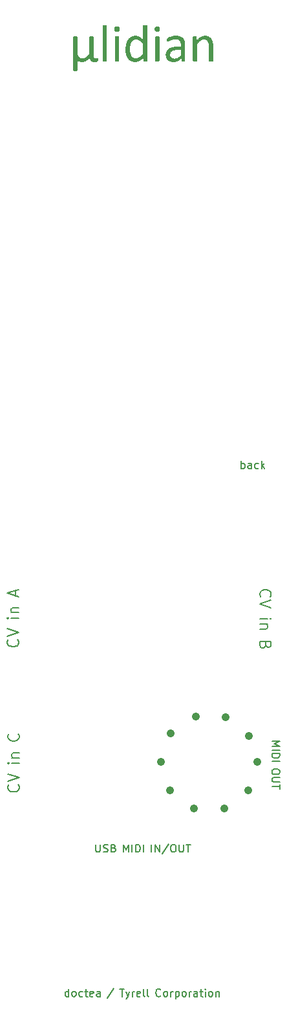
<source format=gto>
G04 #@! TF.GenerationSoftware,KiCad,Pcbnew,(7.0.0)*
G04 #@! TF.CreationDate,2023-03-19T23:08:36+00:00*
G04 #@! TF.ProjectId,panel_microlidian,70616e65-6c5f-46d6-9963-726f6c696469,rev?*
G04 #@! TF.SameCoordinates,Original*
G04 #@! TF.FileFunction,Legend,Top*
G04 #@! TF.FilePolarity,Positive*
%FSLAX46Y46*%
G04 Gerber Fmt 4.6, Leading zero omitted, Abs format (unit mm)*
G04 Created by KiCad (PCBNEW (7.0.0)) date 2023-03-19 23:08:36*
%MOMM*%
%LPD*%
G01*
G04 APERTURE LIST*
%ADD10C,1.000000*%
%ADD11C,0.150000*%
G04 APERTURE END LIST*
D10*
X162155889Y-132618600D02*
X162155889Y-132618600D01*
X161003074Y-136378928D02*
X161003074Y-136378928D01*
X157843741Y-138721505D02*
X157843741Y-138721505D01*
X153910683Y-138732238D02*
X153910683Y-138732238D01*
X150738611Y-136406939D02*
X150738611Y-136406939D01*
X149565291Y-132652958D02*
X149565291Y-132652958D01*
X150848561Y-128935127D02*
X150848561Y-128935127D01*
X154087679Y-126704170D02*
X154087679Y-126704170D01*
X158018717Y-126830625D02*
X158018717Y-126830625D01*
X161107755Y-129265148D02*
X161107755Y-129265148D01*
D11*
X130797914Y-116667114D02*
X130869342Y-116738542D01*
X130869342Y-116738542D02*
X130940771Y-116952828D01*
X130940771Y-116952828D02*
X130940771Y-117095685D01*
X130940771Y-117095685D02*
X130869342Y-117309971D01*
X130869342Y-117309971D02*
X130726485Y-117452828D01*
X130726485Y-117452828D02*
X130583628Y-117524257D01*
X130583628Y-117524257D02*
X130297914Y-117595685D01*
X130297914Y-117595685D02*
X130083628Y-117595685D01*
X130083628Y-117595685D02*
X129797914Y-117524257D01*
X129797914Y-117524257D02*
X129655057Y-117452828D01*
X129655057Y-117452828D02*
X129512200Y-117309971D01*
X129512200Y-117309971D02*
X129440771Y-117095685D01*
X129440771Y-117095685D02*
X129440771Y-116952828D01*
X129440771Y-116952828D02*
X129512200Y-116738542D01*
X129512200Y-116738542D02*
X129583628Y-116667114D01*
X129440771Y-116238542D02*
X130940771Y-115738542D01*
X130940771Y-115738542D02*
X129440771Y-115238542D01*
X130940771Y-113838543D02*
X129940771Y-113838543D01*
X129440771Y-113838543D02*
X129512200Y-113909971D01*
X129512200Y-113909971D02*
X129583628Y-113838543D01*
X129583628Y-113838543D02*
X129512200Y-113767114D01*
X129512200Y-113767114D02*
X129440771Y-113838543D01*
X129440771Y-113838543D02*
X129583628Y-113838543D01*
X129940771Y-113124257D02*
X130940771Y-113124257D01*
X130083628Y-113124257D02*
X130012200Y-113052828D01*
X130012200Y-113052828D02*
X129940771Y-112909971D01*
X129940771Y-112909971D02*
X129940771Y-112695685D01*
X129940771Y-112695685D02*
X130012200Y-112552828D01*
X130012200Y-112552828D02*
X130155057Y-112481400D01*
X130155057Y-112481400D02*
X130940771Y-112481400D01*
X130512200Y-110938542D02*
X130512200Y-110224257D01*
X130940771Y-111081399D02*
X129440771Y-110581399D01*
X129440771Y-110581399D02*
X130940771Y-110081399D01*
X160080295Y-94270380D02*
X160080295Y-93270380D01*
X160080295Y-93651333D02*
X160175533Y-93603714D01*
X160175533Y-93603714D02*
X160366009Y-93603714D01*
X160366009Y-93603714D02*
X160461247Y-93651333D01*
X160461247Y-93651333D02*
X160508866Y-93698952D01*
X160508866Y-93698952D02*
X160556485Y-93794190D01*
X160556485Y-93794190D02*
X160556485Y-94079904D01*
X160556485Y-94079904D02*
X160508866Y-94175142D01*
X160508866Y-94175142D02*
X160461247Y-94222761D01*
X160461247Y-94222761D02*
X160366009Y-94270380D01*
X160366009Y-94270380D02*
X160175533Y-94270380D01*
X160175533Y-94270380D02*
X160080295Y-94222761D01*
X161413628Y-94270380D02*
X161413628Y-93746571D01*
X161413628Y-93746571D02*
X161366009Y-93651333D01*
X161366009Y-93651333D02*
X161270771Y-93603714D01*
X161270771Y-93603714D02*
X161080295Y-93603714D01*
X161080295Y-93603714D02*
X160985057Y-93651333D01*
X161413628Y-94222761D02*
X161318390Y-94270380D01*
X161318390Y-94270380D02*
X161080295Y-94270380D01*
X161080295Y-94270380D02*
X160985057Y-94222761D01*
X160985057Y-94222761D02*
X160937438Y-94127523D01*
X160937438Y-94127523D02*
X160937438Y-94032285D01*
X160937438Y-94032285D02*
X160985057Y-93937047D01*
X160985057Y-93937047D02*
X161080295Y-93889428D01*
X161080295Y-93889428D02*
X161318390Y-93889428D01*
X161318390Y-93889428D02*
X161413628Y-93841809D01*
X162318390Y-94222761D02*
X162223152Y-94270380D01*
X162223152Y-94270380D02*
X162032676Y-94270380D01*
X162032676Y-94270380D02*
X161937438Y-94222761D01*
X161937438Y-94222761D02*
X161889819Y-94175142D01*
X161889819Y-94175142D02*
X161842200Y-94079904D01*
X161842200Y-94079904D02*
X161842200Y-93794190D01*
X161842200Y-93794190D02*
X161889819Y-93698952D01*
X161889819Y-93698952D02*
X161937438Y-93651333D01*
X161937438Y-93651333D02*
X162032676Y-93603714D01*
X162032676Y-93603714D02*
X162223152Y-93603714D01*
X162223152Y-93603714D02*
X162318390Y-93651333D01*
X162746962Y-94270380D02*
X162746962Y-93270380D01*
X162842200Y-93889428D02*
X163127914Y-94270380D01*
X163127914Y-93603714D02*
X162746962Y-93984666D01*
X141020485Y-143442180D02*
X141020485Y-144251704D01*
X141020485Y-144251704D02*
X141068104Y-144346942D01*
X141068104Y-144346942D02*
X141115723Y-144394561D01*
X141115723Y-144394561D02*
X141210961Y-144442180D01*
X141210961Y-144442180D02*
X141401437Y-144442180D01*
X141401437Y-144442180D02*
X141496675Y-144394561D01*
X141496675Y-144394561D02*
X141544294Y-144346942D01*
X141544294Y-144346942D02*
X141591913Y-144251704D01*
X141591913Y-144251704D02*
X141591913Y-143442180D01*
X142020485Y-144394561D02*
X142163342Y-144442180D01*
X142163342Y-144442180D02*
X142401437Y-144442180D01*
X142401437Y-144442180D02*
X142496675Y-144394561D01*
X142496675Y-144394561D02*
X142544294Y-144346942D01*
X142544294Y-144346942D02*
X142591913Y-144251704D01*
X142591913Y-144251704D02*
X142591913Y-144156466D01*
X142591913Y-144156466D02*
X142544294Y-144061228D01*
X142544294Y-144061228D02*
X142496675Y-144013609D01*
X142496675Y-144013609D02*
X142401437Y-143965990D01*
X142401437Y-143965990D02*
X142210961Y-143918371D01*
X142210961Y-143918371D02*
X142115723Y-143870752D01*
X142115723Y-143870752D02*
X142068104Y-143823133D01*
X142068104Y-143823133D02*
X142020485Y-143727895D01*
X142020485Y-143727895D02*
X142020485Y-143632657D01*
X142020485Y-143632657D02*
X142068104Y-143537419D01*
X142068104Y-143537419D02*
X142115723Y-143489800D01*
X142115723Y-143489800D02*
X142210961Y-143442180D01*
X142210961Y-143442180D02*
X142449056Y-143442180D01*
X142449056Y-143442180D02*
X142591913Y-143489800D01*
X143353818Y-143918371D02*
X143496675Y-143965990D01*
X143496675Y-143965990D02*
X143544294Y-144013609D01*
X143544294Y-144013609D02*
X143591913Y-144108847D01*
X143591913Y-144108847D02*
X143591913Y-144251704D01*
X143591913Y-144251704D02*
X143544294Y-144346942D01*
X143544294Y-144346942D02*
X143496675Y-144394561D01*
X143496675Y-144394561D02*
X143401437Y-144442180D01*
X143401437Y-144442180D02*
X143020485Y-144442180D01*
X143020485Y-144442180D02*
X143020485Y-143442180D01*
X143020485Y-143442180D02*
X143353818Y-143442180D01*
X143353818Y-143442180D02*
X143449056Y-143489800D01*
X143449056Y-143489800D02*
X143496675Y-143537419D01*
X143496675Y-143537419D02*
X143544294Y-143632657D01*
X143544294Y-143632657D02*
X143544294Y-143727895D01*
X143544294Y-143727895D02*
X143496675Y-143823133D01*
X143496675Y-143823133D02*
X143449056Y-143870752D01*
X143449056Y-143870752D02*
X143353818Y-143918371D01*
X143353818Y-143918371D02*
X143020485Y-143918371D01*
X144620485Y-144442180D02*
X144620485Y-143442180D01*
X144620485Y-143442180D02*
X144953818Y-144156466D01*
X144953818Y-144156466D02*
X145287151Y-143442180D01*
X145287151Y-143442180D02*
X145287151Y-144442180D01*
X145763342Y-144442180D02*
X145763342Y-143442180D01*
X146239532Y-144442180D02*
X146239532Y-143442180D01*
X146239532Y-143442180D02*
X146477627Y-143442180D01*
X146477627Y-143442180D02*
X146620484Y-143489800D01*
X146620484Y-143489800D02*
X146715722Y-143585038D01*
X146715722Y-143585038D02*
X146763341Y-143680276D01*
X146763341Y-143680276D02*
X146810960Y-143870752D01*
X146810960Y-143870752D02*
X146810960Y-144013609D01*
X146810960Y-144013609D02*
X146763341Y-144204085D01*
X146763341Y-144204085D02*
X146715722Y-144299323D01*
X146715722Y-144299323D02*
X146620484Y-144394561D01*
X146620484Y-144394561D02*
X146477627Y-144442180D01*
X146477627Y-144442180D02*
X146239532Y-144442180D01*
X147239532Y-144442180D02*
X147239532Y-143442180D01*
X148315722Y-144442180D02*
X148315722Y-143442180D01*
X148791912Y-144442180D02*
X148791912Y-143442180D01*
X148791912Y-143442180D02*
X149363340Y-144442180D01*
X149363340Y-144442180D02*
X149363340Y-143442180D01*
X150553816Y-143394561D02*
X149696674Y-144680276D01*
X151077626Y-143442180D02*
X151268102Y-143442180D01*
X151268102Y-143442180D02*
X151363340Y-143489800D01*
X151363340Y-143489800D02*
X151458578Y-143585038D01*
X151458578Y-143585038D02*
X151506197Y-143775514D01*
X151506197Y-143775514D02*
X151506197Y-144108847D01*
X151506197Y-144108847D02*
X151458578Y-144299323D01*
X151458578Y-144299323D02*
X151363340Y-144394561D01*
X151363340Y-144394561D02*
X151268102Y-144442180D01*
X151268102Y-144442180D02*
X151077626Y-144442180D01*
X151077626Y-144442180D02*
X150982388Y-144394561D01*
X150982388Y-144394561D02*
X150887150Y-144299323D01*
X150887150Y-144299323D02*
X150839531Y-144108847D01*
X150839531Y-144108847D02*
X150839531Y-143775514D01*
X150839531Y-143775514D02*
X150887150Y-143585038D01*
X150887150Y-143585038D02*
X150982388Y-143489800D01*
X150982388Y-143489800D02*
X151077626Y-143442180D01*
X151934769Y-143442180D02*
X151934769Y-144251704D01*
X151934769Y-144251704D02*
X151982388Y-144346942D01*
X151982388Y-144346942D02*
X152030007Y-144394561D01*
X152030007Y-144394561D02*
X152125245Y-144442180D01*
X152125245Y-144442180D02*
X152315721Y-144442180D01*
X152315721Y-144442180D02*
X152410959Y-144394561D01*
X152410959Y-144394561D02*
X152458578Y-144346942D01*
X152458578Y-144346942D02*
X152506197Y-144251704D01*
X152506197Y-144251704D02*
X152506197Y-143442180D01*
X152839531Y-143442180D02*
X153410959Y-143442180D01*
X153125245Y-144442180D02*
X153125245Y-143442180D01*
G36*
X141323870Y-40776093D02*
G01*
X141323106Y-40826621D01*
X141320423Y-40875801D01*
X141314520Y-40924890D01*
X141311658Y-40939736D01*
X141296392Y-40986142D01*
X141275021Y-41015451D01*
X141232660Y-41043844D01*
X141215182Y-41052087D01*
X141166238Y-41068787D01*
X141124812Y-41077733D01*
X141076259Y-41086415D01*
X141026771Y-41093227D01*
X141012460Y-41094830D01*
X140960969Y-41099839D01*
X140908969Y-41101978D01*
X140887896Y-41102157D01*
X140834877Y-41101073D01*
X140783897Y-41097821D01*
X140734957Y-41092401D01*
X140672875Y-41081801D01*
X140614419Y-41067347D01*
X140559589Y-41049038D01*
X140508384Y-41026875D01*
X140460804Y-41000857D01*
X140427498Y-40978815D01*
X140386282Y-40945002D01*
X140348730Y-40905847D01*
X140314841Y-40861349D01*
X140284616Y-40811508D01*
X140258055Y-40756325D01*
X140235157Y-40695798D01*
X140220388Y-40646897D01*
X140207680Y-40594991D01*
X140200353Y-40558717D01*
X140153434Y-40611775D01*
X140106558Y-40661957D01*
X140059725Y-40709263D01*
X140012934Y-40753691D01*
X139966187Y-40795244D01*
X139919483Y-40833919D01*
X139872822Y-40869719D01*
X139826203Y-40902641D01*
X139779628Y-40932687D01*
X139733095Y-40959857D01*
X139702097Y-40976372D01*
X139655897Y-40998851D01*
X139609805Y-41019119D01*
X139563820Y-41037176D01*
X139502673Y-41057813D01*
X139441717Y-41074519D01*
X139380952Y-41087294D01*
X139320378Y-41096138D01*
X139259995Y-41101052D01*
X139214833Y-41102157D01*
X139165679Y-41101299D01*
X139105954Y-41097810D01*
X139048137Y-41091639D01*
X138992228Y-41082784D01*
X138938228Y-41071245D01*
X138886135Y-41057024D01*
X138855796Y-41047203D01*
X138807114Y-41028091D01*
X138761056Y-41005104D01*
X138717622Y-40978241D01*
X138676812Y-40947502D01*
X138638625Y-40912887D01*
X138603062Y-40874396D01*
X138589571Y-40857914D01*
X138594320Y-40911412D01*
X138598136Y-40962550D01*
X138601475Y-41016074D01*
X138601783Y-41021557D01*
X138604724Y-41071016D01*
X138608051Y-41120475D01*
X138611765Y-41169935D01*
X138613995Y-41197412D01*
X138617634Y-41247365D01*
X138620307Y-41296931D01*
X138622013Y-41346111D01*
X138622544Y-41373267D01*
X138623188Y-41426910D01*
X138623593Y-41477929D01*
X138623764Y-41531019D01*
X138623765Y-41535688D01*
X138623765Y-42167056D01*
X138610332Y-42213462D01*
X138570939Y-42245073D01*
X138565147Y-42247656D01*
X138517443Y-42261586D01*
X138479662Y-42267196D01*
X138429972Y-42271940D01*
X138380056Y-42274065D01*
X138339222Y-42274523D01*
X138290063Y-42273807D01*
X138238315Y-42271060D01*
X138201225Y-42267196D01*
X138151766Y-42258952D01*
X138113297Y-42246435D01*
X138072692Y-42217317D01*
X138069334Y-42212241D01*
X138057122Y-42164614D01*
X138057122Y-37847621D01*
X138069334Y-37802436D01*
X138107516Y-37770030D01*
X138113297Y-37767021D01*
X138160202Y-37752043D01*
X138201225Y-37746260D01*
X138250511Y-37743098D01*
X138299456Y-37741681D01*
X138339222Y-37741376D01*
X138389669Y-37741853D01*
X138442334Y-37743684D01*
X138479662Y-37746260D01*
X138528510Y-37753893D01*
X138565147Y-37767021D01*
X138605687Y-37796420D01*
X138610332Y-37802436D01*
X138623765Y-37848842D01*
X138623765Y-39802785D01*
X138625246Y-39872985D01*
X138629690Y-39940243D01*
X138637096Y-40004561D01*
X138647464Y-40065938D01*
X138660795Y-40124374D01*
X138677088Y-40179869D01*
X138696344Y-40232423D01*
X138718562Y-40282036D01*
X138743742Y-40328708D01*
X138771885Y-40372439D01*
X138792293Y-40399959D01*
X138825222Y-40438152D01*
X138860814Y-40472588D01*
X138899068Y-40503267D01*
X138939983Y-40530190D01*
X138983561Y-40553356D01*
X139029800Y-40572766D01*
X139078701Y-40588418D01*
X139130264Y-40600314D01*
X139184488Y-40608454D01*
X139241375Y-40612837D01*
X139280778Y-40613672D01*
X139333882Y-40611363D01*
X139386948Y-40604436D01*
X139439975Y-40592892D01*
X139492964Y-40576730D01*
X139545915Y-40555950D01*
X139598828Y-40530553D01*
X139651703Y-40500537D01*
X139704540Y-40465905D01*
X139744378Y-40436724D01*
X139784667Y-40405054D01*
X139825408Y-40370893D01*
X139866599Y-40334242D01*
X139908240Y-40295102D01*
X139950333Y-40253471D01*
X139992876Y-40209349D01*
X140035870Y-40162738D01*
X140079315Y-40113637D01*
X140123211Y-40062045D01*
X140152725Y-40026267D01*
X140152725Y-37848842D01*
X140166159Y-37802436D01*
X140204548Y-37771033D01*
X140210122Y-37768242D01*
X140258875Y-37752691D01*
X140296829Y-37747482D01*
X140346518Y-37743528D01*
X140396434Y-37741757D01*
X140437268Y-37741376D01*
X140486427Y-37741853D01*
X140538176Y-37743684D01*
X140575265Y-37746260D01*
X140624114Y-37753893D01*
X140660750Y-37767021D01*
X140701290Y-37796420D01*
X140705935Y-37802436D01*
X140719369Y-37848842D01*
X140719369Y-40103204D01*
X140719841Y-40154824D01*
X140721586Y-40211249D01*
X140724616Y-40263584D01*
X140729654Y-40318386D01*
X140732802Y-40343783D01*
X140742301Y-40395647D01*
X140755801Y-40446022D01*
X140774233Y-40492619D01*
X140777987Y-40500099D01*
X140806421Y-40542687D01*
X140845156Y-40577282D01*
X140861030Y-40586805D01*
X140909525Y-40604200D01*
X140958116Y-40611992D01*
X140997806Y-40613672D01*
X141049096Y-40612145D01*
X141093060Y-40607565D01*
X141142298Y-40598474D01*
X141163891Y-40594132D01*
X141210996Y-40580851D01*
X141215182Y-40579478D01*
X141261588Y-40572150D01*
X141287233Y-40580699D01*
X141307994Y-40610008D01*
X141318942Y-40658952D01*
X141320206Y-40671069D01*
X141323065Y-40720172D01*
X141323866Y-40771998D01*
X141323870Y-40776093D01*
G37*
G36*
X142468147Y-40917754D02*
G01*
X142454714Y-40965381D01*
X142415322Y-40994571D01*
X142409529Y-40997133D01*
X142361825Y-41011539D01*
X142324044Y-41017893D01*
X142274355Y-41021847D01*
X142224439Y-41023618D01*
X142183605Y-41024000D01*
X142134446Y-41023403D01*
X142082697Y-41021113D01*
X142045607Y-41017893D01*
X141996148Y-41009040D01*
X141957680Y-40997133D01*
X141917075Y-40969884D01*
X141913716Y-40965381D01*
X141901504Y-40917754D01*
X141901504Y-36365067D01*
X141913716Y-36317440D01*
X141951898Y-36285829D01*
X141957680Y-36283246D01*
X142007483Y-36269316D01*
X142045607Y-36263706D01*
X142094894Y-36258962D01*
X142143839Y-36256837D01*
X142183605Y-36256379D01*
X142234051Y-36257095D01*
X142286716Y-36259842D01*
X142324044Y-36263706D01*
X142372893Y-36271644D01*
X142409529Y-36283246D01*
X142450069Y-36311131D01*
X142454714Y-36317440D01*
X142468147Y-36365067D01*
X142468147Y-40917754D01*
G37*
G36*
X144070381Y-40917754D02*
G01*
X144056947Y-40964160D01*
X144017555Y-40994353D01*
X144011762Y-40997133D01*
X143964059Y-41011539D01*
X143926277Y-41017893D01*
X143876588Y-41021847D01*
X143826672Y-41023618D01*
X143785838Y-41024000D01*
X143736679Y-41023403D01*
X143684930Y-41021113D01*
X143647840Y-41017893D01*
X143598381Y-41009040D01*
X143559913Y-40997133D01*
X143519308Y-40968682D01*
X143515949Y-40964160D01*
X143503737Y-40917754D01*
X143503737Y-37847621D01*
X143515949Y-37803658D01*
X143554131Y-37772047D01*
X143559913Y-37769464D01*
X143606818Y-37755075D01*
X143647840Y-37748703D01*
X143697127Y-37743959D01*
X143746072Y-37741834D01*
X143785838Y-37741376D01*
X143836284Y-37742091D01*
X143888949Y-37744839D01*
X143926277Y-37748703D01*
X143975126Y-37756946D01*
X144011762Y-37769464D01*
X144052302Y-37797349D01*
X144056947Y-37803658D01*
X144070381Y-37847621D01*
X144070381Y-40917754D01*
G37*
G36*
X144136326Y-36770510D02*
G01*
X144134478Y-36829997D01*
X144128932Y-36883282D01*
X144117397Y-36939038D01*
X144100539Y-36985864D01*
X144074142Y-37029207D01*
X144060611Y-37044062D01*
X144014815Y-37075585D01*
X143961721Y-37095779D01*
X143906537Y-37107600D01*
X143853729Y-37113581D01*
X143794720Y-37116044D01*
X143782174Y-37116114D01*
X143723009Y-37114385D01*
X143669927Y-37109197D01*
X143614257Y-37098406D01*
X143567345Y-37082636D01*
X143523684Y-37057942D01*
X143508622Y-37045284D01*
X143476565Y-37002007D01*
X143456029Y-36951242D01*
X143444007Y-36898147D01*
X143437925Y-36847146D01*
X143435421Y-36790003D01*
X143435349Y-36777838D01*
X143437198Y-36718381D01*
X143442743Y-36665185D01*
X143454278Y-36609615D01*
X143471136Y-36563061D01*
X143497533Y-36520144D01*
X143511064Y-36505507D01*
X143556860Y-36473450D01*
X143609954Y-36452914D01*
X143665138Y-36440892D01*
X143717946Y-36434810D01*
X143776955Y-36432306D01*
X143789501Y-36432234D01*
X143848636Y-36433963D01*
X143901629Y-36439151D01*
X143957113Y-36449942D01*
X144003753Y-36465712D01*
X144046988Y-36490406D01*
X144061832Y-36503064D01*
X144094423Y-36546341D01*
X144115302Y-36597106D01*
X144127524Y-36650200D01*
X144133707Y-36701202D01*
X144136253Y-36758345D01*
X144136326Y-36770510D01*
G37*
G36*
X147517024Y-36257214D02*
G01*
X147569689Y-36260420D01*
X147607017Y-36264928D01*
X147655866Y-36274392D01*
X147692502Y-36285688D01*
X147733589Y-36313251D01*
X147738908Y-36319882D01*
X147754784Y-36366288D01*
X147754784Y-40917754D01*
X147743323Y-40965298D01*
X147742572Y-40966602D01*
X147702866Y-40997584D01*
X147701050Y-40998354D01*
X147652092Y-41012837D01*
X147624114Y-41017893D01*
X147574633Y-41022276D01*
X147523936Y-41023904D01*
X147506877Y-41024000D01*
X147456102Y-41023141D01*
X147405111Y-41019969D01*
X147385977Y-41017893D01*
X147337806Y-41008491D01*
X147307819Y-40999575D01*
X147265522Y-40972633D01*
X147262635Y-40969045D01*
X147249201Y-40922639D01*
X147249201Y-40535514D01*
X147203452Y-40584630D01*
X147157338Y-40631684D01*
X147110859Y-40676679D01*
X147064015Y-40719612D01*
X147016807Y-40760484D01*
X146969233Y-40799296D01*
X146921294Y-40836047D01*
X146872991Y-40870737D01*
X146824322Y-40903366D01*
X146775289Y-40933935D01*
X146742397Y-40953169D01*
X146692727Y-40979795D01*
X146642177Y-41003802D01*
X146590746Y-41025190D01*
X146538435Y-41043959D01*
X146485245Y-41060109D01*
X146431174Y-41073640D01*
X146376223Y-41084552D01*
X146320391Y-41092845D01*
X146263680Y-41098520D01*
X146206089Y-41101575D01*
X146167205Y-41102157D01*
X146104419Y-41100987D01*
X146043371Y-41097477D01*
X145984063Y-41091628D01*
X145926493Y-41083438D01*
X145870661Y-41072909D01*
X145816569Y-41060040D01*
X145764215Y-41044831D01*
X145713601Y-41027282D01*
X145664725Y-41007393D01*
X145617587Y-40985164D01*
X145587129Y-40969045D01*
X145542825Y-40943042D01*
X145500131Y-40915407D01*
X145459048Y-40886141D01*
X145419574Y-40855243D01*
X145381711Y-40822714D01*
X145345457Y-40788553D01*
X145310813Y-40752761D01*
X145277780Y-40715338D01*
X145246356Y-40676283D01*
X145216543Y-40635596D01*
X145197561Y-40607565D01*
X145170324Y-40564049D01*
X145144481Y-40519137D01*
X145120034Y-40472830D01*
X145096983Y-40425127D01*
X145075327Y-40376030D01*
X145055066Y-40325537D01*
X145036200Y-40273648D01*
X145018730Y-40220364D01*
X145002655Y-40165685D01*
X144987975Y-40109611D01*
X144978964Y-40071452D01*
X144966742Y-40013460D01*
X144955723Y-39954888D01*
X144945905Y-39895737D01*
X144937290Y-39836006D01*
X144929877Y-39775696D01*
X144923666Y-39714805D01*
X144918657Y-39653336D01*
X144914850Y-39591286D01*
X144912246Y-39528657D01*
X144910843Y-39465449D01*
X144910576Y-39422988D01*
X144910910Y-39372770D01*
X144911203Y-39358263D01*
X145497980Y-39358263D01*
X145498533Y-39417340D01*
X145500193Y-39476110D01*
X145502960Y-39534576D01*
X145506834Y-39592736D01*
X145511814Y-39650591D01*
X145517901Y-39708141D01*
X145525095Y-39765386D01*
X145533395Y-39822325D01*
X145543375Y-39878043D01*
X145554995Y-39932234D01*
X145568257Y-39984899D01*
X145583160Y-40036037D01*
X145599703Y-40085649D01*
X145617888Y-40133734D01*
X145637714Y-40180293D01*
X145659180Y-40225325D01*
X145688470Y-40278581D01*
X145720623Y-40328437D01*
X145755637Y-40374894D01*
X145793514Y-40417953D01*
X145834253Y-40457613D01*
X145877854Y-40493873D01*
X145896096Y-40507426D01*
X145944121Y-40538034D01*
X145995844Y-40563454D01*
X146051264Y-40583686D01*
X146110381Y-40598731D01*
X146160336Y-40607031D01*
X146212657Y-40612011D01*
X146267345Y-40613672D01*
X146316566Y-40612211D01*
X146371673Y-40606963D01*
X146425559Y-40597899D01*
X146478224Y-40585019D01*
X146484721Y-40583141D01*
X146537539Y-40564670D01*
X146584255Y-40544251D01*
X146631439Y-40519857D01*
X146679090Y-40491490D01*
X146699655Y-40478117D01*
X146741214Y-40449094D01*
X146783461Y-40416980D01*
X146826394Y-40381774D01*
X146870014Y-40343478D01*
X146906889Y-40309203D01*
X146929243Y-40287607D01*
X146967352Y-40249659D01*
X147006118Y-40209087D01*
X147045539Y-40165891D01*
X147085616Y-40120072D01*
X147118150Y-40081527D01*
X147151103Y-40041304D01*
X147184477Y-39999401D01*
X147184477Y-38747656D01*
X147141340Y-38694372D01*
X147098481Y-38643514D01*
X147055902Y-38595082D01*
X147013602Y-38549075D01*
X146971581Y-38505494D01*
X146929839Y-38464339D01*
X146888376Y-38425610D01*
X146847193Y-38389306D01*
X146806288Y-38355428D01*
X146765662Y-38323976D01*
X146738734Y-38304355D01*
X146685000Y-38268578D01*
X146630656Y-38237570D01*
X146575702Y-38211333D01*
X146520136Y-38189867D01*
X146463960Y-38173170D01*
X146407174Y-38161244D01*
X146349777Y-38154089D01*
X146291769Y-38151704D01*
X146238456Y-38153345D01*
X146187203Y-38158268D01*
X146138011Y-38166473D01*
X146079419Y-38181344D01*
X146024047Y-38201344D01*
X145971895Y-38226472D01*
X145922963Y-38256728D01*
X145877364Y-38290806D01*
X145834448Y-38328164D01*
X145794216Y-38368802D01*
X145756667Y-38412719D01*
X145721802Y-38459916D01*
X145689620Y-38510392D01*
X145677498Y-38531501D01*
X145654792Y-38574950D01*
X145633687Y-38619810D01*
X145614186Y-38666083D01*
X145596288Y-38713767D01*
X145579992Y-38762864D01*
X145565299Y-38813373D01*
X145552210Y-38865293D01*
X145540722Y-38918626D01*
X145530705Y-38972779D01*
X145522023Y-39027162D01*
X145514676Y-39081773D01*
X145508666Y-39136613D01*
X145503991Y-39191682D01*
X145500651Y-39246980D01*
X145498648Y-39302507D01*
X145497980Y-39358263D01*
X144911203Y-39358263D01*
X144911912Y-39323172D01*
X144913581Y-39274195D01*
X144917338Y-39201892D01*
X144922597Y-39130984D01*
X144929359Y-39061471D01*
X144937624Y-38993354D01*
X144947391Y-38926632D01*
X144958661Y-38861305D01*
X144971434Y-38797374D01*
X144985709Y-38734838D01*
X144996061Y-38693923D01*
X145013027Y-38633852D01*
X145031409Y-38575455D01*
X145051209Y-38518733D01*
X145072425Y-38463686D01*
X145095058Y-38410312D01*
X145119108Y-38358614D01*
X145144574Y-38308589D01*
X145171458Y-38260239D01*
X145199758Y-38213563D01*
X145229475Y-38168562D01*
X145250073Y-38139491D01*
X145282381Y-38097377D01*
X145316105Y-38057131D01*
X145351246Y-38018752D01*
X145387804Y-37982241D01*
X145425778Y-37947597D01*
X145465169Y-37914821D01*
X145505977Y-37883913D01*
X145548202Y-37854872D01*
X145591844Y-37827699D01*
X145636903Y-37802393D01*
X145667729Y-37786561D01*
X145715116Y-37764518D01*
X145763856Y-37744643D01*
X145813949Y-37726937D01*
X145865394Y-37711399D01*
X145918191Y-37698028D01*
X145972341Y-37686826D01*
X146027843Y-37677793D01*
X146084697Y-37670927D01*
X146142904Y-37666229D01*
X146202463Y-37663700D01*
X146242921Y-37663218D01*
X146293346Y-37664270D01*
X146342955Y-37667425D01*
X146391749Y-37672685D01*
X146455538Y-37682970D01*
X146517878Y-37696995D01*
X146578766Y-37714759D01*
X146638205Y-37736264D01*
X146696194Y-37761509D01*
X146738734Y-37782897D01*
X146795119Y-37814591D01*
X146837283Y-37840691D01*
X146879340Y-37868787D01*
X146921290Y-37898880D01*
X146963132Y-37930969D01*
X147004866Y-37965055D01*
X147046494Y-38001136D01*
X147088014Y-38039215D01*
X147129427Y-38079289D01*
X147170732Y-38121360D01*
X147184477Y-38135828D01*
X147184477Y-36365067D01*
X147196689Y-36318661D01*
X147236877Y-36287846D01*
X147243095Y-36285688D01*
X147290158Y-36272478D01*
X147329801Y-36264928D01*
X147382428Y-36259084D01*
X147431649Y-36256788D01*
X147466577Y-36256379D01*
X147517024Y-36257214D01*
G37*
G36*
X149350911Y-40917754D02*
G01*
X149337478Y-40964160D01*
X149298085Y-40994353D01*
X149292293Y-40997133D01*
X149244589Y-41011539D01*
X149206808Y-41017893D01*
X149157118Y-41021847D01*
X149107202Y-41023618D01*
X149066368Y-41024000D01*
X149017209Y-41023403D01*
X148965460Y-41021113D01*
X148928371Y-41017893D01*
X148878912Y-41009040D01*
X148840443Y-40997133D01*
X148799838Y-40968682D01*
X148796480Y-40964160D01*
X148784267Y-40917754D01*
X148784267Y-37847621D01*
X148796480Y-37803658D01*
X148834662Y-37772047D01*
X148840443Y-37769464D01*
X148887348Y-37755075D01*
X148928371Y-37748703D01*
X148977657Y-37743959D01*
X149026602Y-37741834D01*
X149066368Y-37741376D01*
X149116815Y-37742091D01*
X149169479Y-37744839D01*
X149206808Y-37748703D01*
X149255656Y-37756946D01*
X149292293Y-37769464D01*
X149332832Y-37797349D01*
X149337478Y-37803658D01*
X149350911Y-37847621D01*
X149350911Y-40917754D01*
G37*
G36*
X149416856Y-36770510D02*
G01*
X149415008Y-36829997D01*
X149409462Y-36883282D01*
X149397928Y-36939038D01*
X149381069Y-36985864D01*
X149354672Y-37029207D01*
X149341141Y-37044062D01*
X149295346Y-37075585D01*
X149242251Y-37095779D01*
X149187068Y-37107600D01*
X149134260Y-37113581D01*
X149075250Y-37116044D01*
X149062704Y-37116114D01*
X149003540Y-37114385D01*
X148950458Y-37109197D01*
X148894787Y-37098406D01*
X148847876Y-37082636D01*
X148804215Y-37057942D01*
X148789152Y-37045284D01*
X148757095Y-37002007D01*
X148736559Y-36951242D01*
X148724538Y-36898147D01*
X148718455Y-36847146D01*
X148715951Y-36790003D01*
X148715879Y-36777838D01*
X148717728Y-36718381D01*
X148723274Y-36665185D01*
X148734808Y-36609615D01*
X148751667Y-36563061D01*
X148778064Y-36520144D01*
X148791595Y-36505507D01*
X148837390Y-36473450D01*
X148890484Y-36452914D01*
X148945668Y-36440892D01*
X148998476Y-36434810D01*
X149057486Y-36432306D01*
X149070032Y-36432234D01*
X149129166Y-36433963D01*
X149182159Y-36439151D01*
X149237643Y-36449942D01*
X149284283Y-36465712D01*
X149327518Y-36490406D01*
X149342362Y-36503064D01*
X149374954Y-36546341D01*
X149395832Y-36597106D01*
X149408054Y-36650200D01*
X149414238Y-36701202D01*
X149416784Y-36758345D01*
X149416856Y-36770510D01*
G37*
G36*
X151558215Y-37663883D02*
G01*
X151618086Y-37665880D01*
X151676196Y-37669207D01*
X151732546Y-37673865D01*
X151787135Y-37679855D01*
X151839965Y-37687175D01*
X151891034Y-37695826D01*
X151940343Y-37705808D01*
X151987892Y-37717121D01*
X152048552Y-37734275D01*
X152063228Y-37738933D01*
X152120148Y-37758969D01*
X152174282Y-37781218D01*
X152225630Y-37805680D01*
X152274192Y-37832356D01*
X152319969Y-37861245D01*
X152362959Y-37892348D01*
X152403164Y-37925664D01*
X152440583Y-37961194D01*
X152475368Y-37998937D01*
X152507673Y-38038894D01*
X152537498Y-38081064D01*
X152564841Y-38125448D01*
X152589705Y-38172044D01*
X152612087Y-38220855D01*
X152631989Y-38271879D01*
X152649411Y-38325116D01*
X152664867Y-38380300D01*
X152678262Y-38437773D01*
X152689596Y-38497536D01*
X152698870Y-38559589D01*
X152706082Y-38623932D01*
X152710140Y-38673692D01*
X152713038Y-38724739D01*
X152714776Y-38777075D01*
X152715356Y-38830699D01*
X152715356Y-40920196D01*
X152702080Y-40967475D01*
X152687268Y-40982478D01*
X152642539Y-41005519D01*
X152611553Y-41014230D01*
X152561464Y-41020908D01*
X152510302Y-41023532D01*
X152472334Y-41024000D01*
X152419431Y-41023045D01*
X152369502Y-41019792D01*
X152328231Y-41014230D01*
X152280364Y-40999795D01*
X152251295Y-40982478D01*
X152229202Y-40937368D01*
X152228092Y-40920196D01*
X152228092Y-40611229D01*
X152189673Y-40651279D01*
X152150440Y-40689912D01*
X152110390Y-40727128D01*
X152069525Y-40762927D01*
X152027843Y-40797309D01*
X151985347Y-40830275D01*
X151942034Y-40861824D01*
X151897906Y-40891956D01*
X151852962Y-40920671D01*
X151807202Y-40947969D01*
X151776242Y-40965381D01*
X151729273Y-40989825D01*
X151681789Y-41011864D01*
X151633790Y-41031499D01*
X151585275Y-41048729D01*
X151536245Y-41063555D01*
X151486700Y-41075977D01*
X151436640Y-41085995D01*
X151386064Y-41093609D01*
X151334974Y-41098818D01*
X151283368Y-41101623D01*
X151248678Y-41102157D01*
X151188628Y-41101146D01*
X151129991Y-41098112D01*
X151072766Y-41093055D01*
X151016952Y-41085976D01*
X150962551Y-41076874D01*
X150909562Y-41065750D01*
X150857985Y-41052603D01*
X150807819Y-41037433D01*
X150759276Y-41020336D01*
X150712565Y-41001407D01*
X150667685Y-40980646D01*
X150614162Y-40952120D01*
X150563500Y-40920731D01*
X150515701Y-40886479D01*
X150470764Y-40849366D01*
X150428779Y-40809480D01*
X150389835Y-40766910D01*
X150353932Y-40721657D01*
X150321070Y-40673721D01*
X150291249Y-40623101D01*
X150264470Y-40569798D01*
X150254609Y-40547726D01*
X150236577Y-40502083D01*
X150220950Y-40454914D01*
X150207726Y-40406218D01*
X150196907Y-40355995D01*
X150188492Y-40304246D01*
X150182481Y-40250971D01*
X150178875Y-40196169D01*
X150177673Y-40139840D01*
X150177880Y-40128849D01*
X150757750Y-40128849D01*
X150760135Y-40187182D01*
X150767290Y-40242499D01*
X150779216Y-40294801D01*
X150795913Y-40344088D01*
X150817379Y-40390361D01*
X150843616Y-40433619D01*
X150874624Y-40473862D01*
X150910401Y-40511090D01*
X150950473Y-40544291D01*
X150994360Y-40573066D01*
X151042064Y-40597414D01*
X151093584Y-40617335D01*
X151148920Y-40632829D01*
X151208072Y-40643897D01*
X151271041Y-40650537D01*
X151320772Y-40652612D01*
X151337826Y-40652750D01*
X151393182Y-40650995D01*
X151447507Y-40645728D01*
X151500801Y-40636951D01*
X151553065Y-40624662D01*
X151604299Y-40608863D01*
X151654503Y-40589553D01*
X151703676Y-40566731D01*
X151751818Y-40540399D01*
X151799751Y-40510135D01*
X151848294Y-40476132D01*
X151897448Y-40438389D01*
X151947212Y-40396906D01*
X151984936Y-40363339D01*
X152023004Y-40327669D01*
X152061415Y-40289895D01*
X152100169Y-40250017D01*
X152139267Y-40208035D01*
X152152376Y-40193574D01*
X152152376Y-39539003D01*
X151667554Y-39539003D01*
X151610195Y-39539633D01*
X151554745Y-39541522D01*
X151501202Y-39544670D01*
X151449568Y-39549078D01*
X151399841Y-39554745D01*
X151340367Y-39563600D01*
X151283874Y-39574423D01*
X151262111Y-39579303D01*
X151210084Y-39592439D01*
X151160860Y-39607424D01*
X151114438Y-39624258D01*
X151062432Y-39646898D01*
X151014461Y-39672200D01*
X150977568Y-39695318D01*
X150937082Y-39725286D01*
X150895166Y-39763070D01*
X150858977Y-39803892D01*
X150828515Y-39847753D01*
X150810262Y-39880943D01*
X150789801Y-39929538D01*
X150774365Y-39981288D01*
X150763955Y-40036193D01*
X150759032Y-40085767D01*
X150757750Y-40128849D01*
X150177880Y-40128849D01*
X150178607Y-40090317D01*
X150182757Y-40026222D01*
X150190227Y-39964341D01*
X150201018Y-39904673D01*
X150215129Y-39847219D01*
X150232560Y-39791978D01*
X150253311Y-39738951D01*
X150277382Y-39688137D01*
X150283919Y-39675779D01*
X150311930Y-39627675D01*
X150342842Y-39581669D01*
X150376655Y-39537763D01*
X150413367Y-39495955D01*
X150452980Y-39456247D01*
X150495494Y-39418637D01*
X150540908Y-39383126D01*
X150589222Y-39349715D01*
X150640380Y-39318078D01*
X150694323Y-39288501D01*
X150751052Y-39260986D01*
X150810567Y-39235531D01*
X150857032Y-39217793D01*
X150905063Y-39201213D01*
X150954662Y-39185793D01*
X151005828Y-39171532D01*
X151058561Y-39158430D01*
X151076487Y-39154321D01*
X151131377Y-39142754D01*
X151187512Y-39132324D01*
X151244893Y-39123033D01*
X151303518Y-39114879D01*
X151363388Y-39107863D01*
X151424504Y-39101985D01*
X151486865Y-39097244D01*
X151550470Y-39093641D01*
X151615321Y-39091176D01*
X151681417Y-39089849D01*
X151726173Y-39089596D01*
X152152376Y-39089596D01*
X152152376Y-38851459D01*
X152151452Y-38797489D01*
X152148679Y-38745486D01*
X152144058Y-38695450D01*
X152136072Y-38638006D01*
X152125425Y-38583395D01*
X152114519Y-38540050D01*
X152098691Y-38490433D01*
X152079600Y-38444165D01*
X152053203Y-38394419D01*
X152022365Y-38349230D01*
X151992397Y-38314125D01*
X151953136Y-38276750D01*
X151909083Y-38243700D01*
X151860238Y-38214974D01*
X151814557Y-38193794D01*
X151773800Y-38178570D01*
X151721693Y-38162799D01*
X151665207Y-38150292D01*
X151614790Y-38142361D01*
X151561332Y-38136696D01*
X151504833Y-38133297D01*
X151445293Y-38132164D01*
X151393449Y-38132927D01*
X151342940Y-38135217D01*
X151293767Y-38139034D01*
X151234179Y-38145951D01*
X151176679Y-38155253D01*
X151121265Y-38166940D01*
X151067938Y-38181013D01*
X151017020Y-38196516D01*
X150968070Y-38212497D01*
X150921088Y-38228955D01*
X150867307Y-38249334D01*
X150816360Y-38270400D01*
X150776068Y-38288480D01*
X150730773Y-38310118D01*
X150681511Y-38334495D01*
X150636105Y-38357936D01*
X150588936Y-38383582D01*
X150567240Y-38395946D01*
X150523223Y-38419560D01*
X150475052Y-38439023D01*
X150441455Y-38444795D01*
X150393828Y-38431362D01*
X150360211Y-38393768D01*
X150357191Y-38388619D01*
X150340505Y-38342494D01*
X150335210Y-38316568D01*
X150330445Y-38266491D01*
X150329103Y-38218870D01*
X150330177Y-38167494D01*
X150334298Y-38115287D01*
X150340094Y-38079652D01*
X150359057Y-38032908D01*
X150390312Y-37991702D01*
X150398713Y-37983176D01*
X150438554Y-37949973D01*
X150482957Y-37920875D01*
X150531348Y-37893550D01*
X150558692Y-37879373D01*
X150610016Y-37854729D01*
X150656613Y-37834350D01*
X150705614Y-37814658D01*
X150757020Y-37795653D01*
X150810830Y-37777335D01*
X150820032Y-37774348D01*
X150866865Y-37759530D01*
X150915010Y-37745607D01*
X150964466Y-37732578D01*
X151015235Y-37720443D01*
X151067316Y-37709203D01*
X151120708Y-37698857D01*
X151142432Y-37694969D01*
X151197446Y-37685822D01*
X151252580Y-37678226D01*
X151307833Y-37672179D01*
X151363205Y-37667683D01*
X151418696Y-37664737D01*
X151474307Y-37663342D01*
X151496584Y-37663218D01*
X151558215Y-37663883D01*
G37*
G36*
X156399759Y-40917754D02*
G01*
X156386326Y-40964160D01*
X156346934Y-40994353D01*
X156341141Y-40997133D01*
X156293437Y-41011539D01*
X156255656Y-41017893D01*
X156206370Y-41021847D01*
X156157425Y-41023618D01*
X156117659Y-41024000D01*
X156067212Y-41023403D01*
X156014547Y-41021113D01*
X155977219Y-41017893D01*
X155928065Y-41009040D01*
X155890513Y-40997133D01*
X155850175Y-40968682D01*
X155846549Y-40964160D01*
X155833116Y-40916533D01*
X155833116Y-39099366D01*
X155832467Y-39034737D01*
X155830521Y-38973352D01*
X155827277Y-38915211D01*
X155822736Y-38860313D01*
X155816897Y-38808660D01*
X155809760Y-38760250D01*
X155799015Y-38704299D01*
X155791595Y-38673162D01*
X155777695Y-38623509D01*
X155761947Y-38576061D01*
X155740609Y-38522037D01*
X155716609Y-38471189D01*
X155689948Y-38423519D01*
X155670695Y-38393504D01*
X155639711Y-38351472D01*
X155605379Y-38313305D01*
X155567698Y-38279001D01*
X155526668Y-38248561D01*
X155482289Y-38221985D01*
X155466752Y-38213986D01*
X155418624Y-38192819D01*
X155367662Y-38176032D01*
X155313866Y-38163625D01*
X155257237Y-38155596D01*
X155207882Y-38152251D01*
X155177324Y-38151704D01*
X155123915Y-38154070D01*
X155070544Y-38161168D01*
X155017211Y-38172999D01*
X154963917Y-38189561D01*
X154910660Y-38210856D01*
X154857442Y-38236883D01*
X154804262Y-38267643D01*
X154751120Y-38303134D01*
X154711085Y-38332772D01*
X154670663Y-38364901D01*
X154629855Y-38399519D01*
X154588661Y-38436628D01*
X154547080Y-38476227D01*
X154505112Y-38518316D01*
X154462759Y-38562895D01*
X154420019Y-38609964D01*
X154376892Y-38659524D01*
X154333379Y-38711573D01*
X154304156Y-38747656D01*
X154304156Y-40916533D01*
X154290722Y-40964160D01*
X154251330Y-40994353D01*
X154245538Y-40997133D01*
X154197834Y-41011539D01*
X154160053Y-41017893D01*
X154110363Y-41021847D01*
X154060447Y-41023618D01*
X154019613Y-41024000D01*
X153970454Y-41023403D01*
X153918705Y-41021113D01*
X153881616Y-41017893D01*
X153832157Y-41009040D01*
X153793688Y-40997133D01*
X153753083Y-40968682D01*
X153749725Y-40964160D01*
X153737512Y-40917754D01*
X153737512Y-37847621D01*
X153747282Y-37801215D01*
X153785063Y-37769015D01*
X153788803Y-37767021D01*
X153837314Y-37750918D01*
X153868182Y-37746260D01*
X153920418Y-37742754D01*
X153971480Y-37741495D01*
X153995189Y-37741376D01*
X154044212Y-37741953D01*
X154094336Y-37744123D01*
X154120974Y-37746260D01*
X154169961Y-37755234D01*
X154197910Y-37767021D01*
X154235548Y-37798935D01*
X154236989Y-37801215D01*
X154249201Y-37847621D01*
X154249201Y-38253064D01*
X154281859Y-38215541D01*
X154330810Y-38161652D01*
X154379718Y-38110640D01*
X154428584Y-38062505D01*
X154477406Y-38017246D01*
X154526185Y-37974864D01*
X154574922Y-37935358D01*
X154623615Y-37898729D01*
X154672266Y-37864976D01*
X154720874Y-37834100D01*
X154769438Y-37806100D01*
X154818243Y-37780565D01*
X154867112Y-37757542D01*
X154916045Y-37737031D01*
X154965043Y-37719031D01*
X155014105Y-37703543D01*
X155063231Y-37690566D01*
X155112422Y-37680101D01*
X155161677Y-37672148D01*
X155210997Y-37666706D01*
X155260381Y-37663776D01*
X155293339Y-37663218D01*
X155350620Y-37664141D01*
X155406139Y-37666910D01*
X155459899Y-37671526D01*
X155511899Y-37677987D01*
X155562138Y-37686295D01*
X155610617Y-37696448D01*
X155672517Y-37712858D01*
X155731288Y-37732550D01*
X155786929Y-37755525D01*
X155813577Y-37768242D01*
X155865135Y-37795605D01*
X155914174Y-37825181D01*
X155960695Y-37856971D01*
X156004697Y-37890974D01*
X156046180Y-37927191D01*
X156085144Y-37965621D01*
X156121590Y-38006265D01*
X156155517Y-38049122D01*
X156187020Y-38094020D01*
X156216196Y-38140789D01*
X156243043Y-38189428D01*
X156267563Y-38239936D01*
X156289755Y-38292315D01*
X156309619Y-38346564D01*
X156327154Y-38402682D01*
X156342362Y-38460671D01*
X156355815Y-38521083D01*
X156367474Y-38584471D01*
X156375041Y-38633966D01*
X156381599Y-38685136D01*
X156387148Y-38737979D01*
X156391688Y-38792498D01*
X156395219Y-38848690D01*
X156397742Y-38906557D01*
X156399255Y-38966098D01*
X156399759Y-39027314D01*
X156399759Y-40917754D01*
G37*
X164098419Y-129955895D02*
X165098419Y-129955895D01*
X165098419Y-129955895D02*
X164384133Y-130289228D01*
X164384133Y-130289228D02*
X165098419Y-130622561D01*
X165098419Y-130622561D02*
X164098419Y-130622561D01*
X164098419Y-131098752D02*
X165098419Y-131098752D01*
X164098419Y-131574942D02*
X165098419Y-131574942D01*
X165098419Y-131574942D02*
X165098419Y-131813037D01*
X165098419Y-131813037D02*
X165050800Y-131955894D01*
X165050800Y-131955894D02*
X164955561Y-132051132D01*
X164955561Y-132051132D02*
X164860323Y-132098751D01*
X164860323Y-132098751D02*
X164669847Y-132146370D01*
X164669847Y-132146370D02*
X164526990Y-132146370D01*
X164526990Y-132146370D02*
X164336514Y-132098751D01*
X164336514Y-132098751D02*
X164241276Y-132051132D01*
X164241276Y-132051132D02*
X164146038Y-131955894D01*
X164146038Y-131955894D02*
X164098419Y-131813037D01*
X164098419Y-131813037D02*
X164098419Y-131574942D01*
X164098419Y-132574942D02*
X165098419Y-132574942D01*
X165098419Y-133841608D02*
X165098419Y-134032084D01*
X165098419Y-134032084D02*
X165050800Y-134127322D01*
X165050800Y-134127322D02*
X164955561Y-134222560D01*
X164955561Y-134222560D02*
X164765085Y-134270179D01*
X164765085Y-134270179D02*
X164431752Y-134270179D01*
X164431752Y-134270179D02*
X164241276Y-134222560D01*
X164241276Y-134222560D02*
X164146038Y-134127322D01*
X164146038Y-134127322D02*
X164098419Y-134032084D01*
X164098419Y-134032084D02*
X164098419Y-133841608D01*
X164098419Y-133841608D02*
X164146038Y-133746370D01*
X164146038Y-133746370D02*
X164241276Y-133651132D01*
X164241276Y-133651132D02*
X164431752Y-133603513D01*
X164431752Y-133603513D02*
X164765085Y-133603513D01*
X164765085Y-133603513D02*
X164955561Y-133651132D01*
X164955561Y-133651132D02*
X165050800Y-133746370D01*
X165050800Y-133746370D02*
X165098419Y-133841608D01*
X165098419Y-134698751D02*
X164288895Y-134698751D01*
X164288895Y-134698751D02*
X164193657Y-134746370D01*
X164193657Y-134746370D02*
X164146038Y-134793989D01*
X164146038Y-134793989D02*
X164098419Y-134889227D01*
X164098419Y-134889227D02*
X164098419Y-135079703D01*
X164098419Y-135079703D02*
X164146038Y-135174941D01*
X164146038Y-135174941D02*
X164193657Y-135222560D01*
X164193657Y-135222560D02*
X164288895Y-135270179D01*
X164288895Y-135270179D02*
X165098419Y-135270179D01*
X165098419Y-135603513D02*
X165098419Y-136174941D01*
X164098419Y-135889227D02*
X165098419Y-135889227D01*
X162622885Y-111069285D02*
X162551457Y-110997857D01*
X162551457Y-110997857D02*
X162480028Y-110783571D01*
X162480028Y-110783571D02*
X162480028Y-110640714D01*
X162480028Y-110640714D02*
X162551457Y-110426428D01*
X162551457Y-110426428D02*
X162694314Y-110283571D01*
X162694314Y-110283571D02*
X162837171Y-110212142D01*
X162837171Y-110212142D02*
X163122885Y-110140714D01*
X163122885Y-110140714D02*
X163337171Y-110140714D01*
X163337171Y-110140714D02*
X163622885Y-110212142D01*
X163622885Y-110212142D02*
X163765742Y-110283571D01*
X163765742Y-110283571D02*
X163908600Y-110426428D01*
X163908600Y-110426428D02*
X163980028Y-110640714D01*
X163980028Y-110640714D02*
X163980028Y-110783571D01*
X163980028Y-110783571D02*
X163908600Y-110997857D01*
X163908600Y-110997857D02*
X163837171Y-111069285D01*
X163980028Y-111497857D02*
X162480028Y-111997857D01*
X162480028Y-111997857D02*
X163980028Y-112497857D01*
X162480028Y-113897856D02*
X163480028Y-113897856D01*
X163980028Y-113897856D02*
X163908600Y-113826428D01*
X163908600Y-113826428D02*
X163837171Y-113897856D01*
X163837171Y-113897856D02*
X163908600Y-113969285D01*
X163908600Y-113969285D02*
X163980028Y-113897856D01*
X163980028Y-113897856D02*
X163837171Y-113897856D01*
X163480028Y-114612142D02*
X162480028Y-114612142D01*
X163337171Y-114612142D02*
X163408600Y-114683571D01*
X163408600Y-114683571D02*
X163480028Y-114826428D01*
X163480028Y-114826428D02*
X163480028Y-115040714D01*
X163480028Y-115040714D02*
X163408600Y-115183571D01*
X163408600Y-115183571D02*
X163265742Y-115255000D01*
X163265742Y-115255000D02*
X162480028Y-115255000D01*
X163265742Y-117369285D02*
X163194314Y-117583571D01*
X163194314Y-117583571D02*
X163122885Y-117655000D01*
X163122885Y-117655000D02*
X162980028Y-117726428D01*
X162980028Y-117726428D02*
X162765742Y-117726428D01*
X162765742Y-117726428D02*
X162622885Y-117655000D01*
X162622885Y-117655000D02*
X162551457Y-117583571D01*
X162551457Y-117583571D02*
X162480028Y-117440714D01*
X162480028Y-117440714D02*
X162480028Y-116869285D01*
X162480028Y-116869285D02*
X163980028Y-116869285D01*
X163980028Y-116869285D02*
X163980028Y-117369285D01*
X163980028Y-117369285D02*
X163908600Y-117512143D01*
X163908600Y-117512143D02*
X163837171Y-117583571D01*
X163837171Y-117583571D02*
X163694314Y-117655000D01*
X163694314Y-117655000D02*
X163551457Y-117655000D01*
X163551457Y-117655000D02*
X163408600Y-117583571D01*
X163408600Y-117583571D02*
X163337171Y-117512143D01*
X163337171Y-117512143D02*
X163265742Y-117369285D01*
X163265742Y-117369285D02*
X163265742Y-116869285D01*
X130848714Y-135640914D02*
X130920142Y-135712342D01*
X130920142Y-135712342D02*
X130991571Y-135926628D01*
X130991571Y-135926628D02*
X130991571Y-136069485D01*
X130991571Y-136069485D02*
X130920142Y-136283771D01*
X130920142Y-136283771D02*
X130777285Y-136426628D01*
X130777285Y-136426628D02*
X130634428Y-136498057D01*
X130634428Y-136498057D02*
X130348714Y-136569485D01*
X130348714Y-136569485D02*
X130134428Y-136569485D01*
X130134428Y-136569485D02*
X129848714Y-136498057D01*
X129848714Y-136498057D02*
X129705857Y-136426628D01*
X129705857Y-136426628D02*
X129563000Y-136283771D01*
X129563000Y-136283771D02*
X129491571Y-136069485D01*
X129491571Y-136069485D02*
X129491571Y-135926628D01*
X129491571Y-135926628D02*
X129563000Y-135712342D01*
X129563000Y-135712342D02*
X129634428Y-135640914D01*
X129491571Y-135212342D02*
X130991571Y-134712342D01*
X130991571Y-134712342D02*
X129491571Y-134212342D01*
X130991571Y-132812343D02*
X129991571Y-132812343D01*
X129491571Y-132812343D02*
X129563000Y-132883771D01*
X129563000Y-132883771D02*
X129634428Y-132812343D01*
X129634428Y-132812343D02*
X129563000Y-132740914D01*
X129563000Y-132740914D02*
X129491571Y-132812343D01*
X129491571Y-132812343D02*
X129634428Y-132812343D01*
X129991571Y-132098057D02*
X130991571Y-132098057D01*
X130134428Y-132098057D02*
X130063000Y-132026628D01*
X130063000Y-132026628D02*
X129991571Y-131883771D01*
X129991571Y-131883771D02*
X129991571Y-131669485D01*
X129991571Y-131669485D02*
X130063000Y-131526628D01*
X130063000Y-131526628D02*
X130205857Y-131455200D01*
X130205857Y-131455200D02*
X130991571Y-131455200D01*
X130848714Y-128983771D02*
X130920142Y-129055199D01*
X130920142Y-129055199D02*
X130991571Y-129269485D01*
X130991571Y-129269485D02*
X130991571Y-129412342D01*
X130991571Y-129412342D02*
X130920142Y-129626628D01*
X130920142Y-129626628D02*
X130777285Y-129769485D01*
X130777285Y-129769485D02*
X130634428Y-129840914D01*
X130634428Y-129840914D02*
X130348714Y-129912342D01*
X130348714Y-129912342D02*
X130134428Y-129912342D01*
X130134428Y-129912342D02*
X129848714Y-129840914D01*
X129848714Y-129840914D02*
X129705857Y-129769485D01*
X129705857Y-129769485D02*
X129563000Y-129626628D01*
X129563000Y-129626628D02*
X129491571Y-129412342D01*
X129491571Y-129412342D02*
X129491571Y-129269485D01*
X129491571Y-129269485D02*
X129563000Y-129055199D01*
X129563000Y-129055199D02*
X129634428Y-128983771D01*
X137471066Y-163332980D02*
X137471066Y-162332980D01*
X137471066Y-163285361D02*
X137375828Y-163332980D01*
X137375828Y-163332980D02*
X137185352Y-163332980D01*
X137185352Y-163332980D02*
X137090114Y-163285361D01*
X137090114Y-163285361D02*
X137042495Y-163237742D01*
X137042495Y-163237742D02*
X136994876Y-163142504D01*
X136994876Y-163142504D02*
X136994876Y-162856790D01*
X136994876Y-162856790D02*
X137042495Y-162761552D01*
X137042495Y-162761552D02*
X137090114Y-162713933D01*
X137090114Y-162713933D02*
X137185352Y-162666314D01*
X137185352Y-162666314D02*
X137375828Y-162666314D01*
X137375828Y-162666314D02*
X137471066Y-162713933D01*
X138090114Y-163332980D02*
X137994876Y-163285361D01*
X137994876Y-163285361D02*
X137947257Y-163237742D01*
X137947257Y-163237742D02*
X137899638Y-163142504D01*
X137899638Y-163142504D02*
X137899638Y-162856790D01*
X137899638Y-162856790D02*
X137947257Y-162761552D01*
X137947257Y-162761552D02*
X137994876Y-162713933D01*
X137994876Y-162713933D02*
X138090114Y-162666314D01*
X138090114Y-162666314D02*
X138232971Y-162666314D01*
X138232971Y-162666314D02*
X138328209Y-162713933D01*
X138328209Y-162713933D02*
X138375828Y-162761552D01*
X138375828Y-162761552D02*
X138423447Y-162856790D01*
X138423447Y-162856790D02*
X138423447Y-163142504D01*
X138423447Y-163142504D02*
X138375828Y-163237742D01*
X138375828Y-163237742D02*
X138328209Y-163285361D01*
X138328209Y-163285361D02*
X138232971Y-163332980D01*
X138232971Y-163332980D02*
X138090114Y-163332980D01*
X139280590Y-163285361D02*
X139185352Y-163332980D01*
X139185352Y-163332980D02*
X138994876Y-163332980D01*
X138994876Y-163332980D02*
X138899638Y-163285361D01*
X138899638Y-163285361D02*
X138852019Y-163237742D01*
X138852019Y-163237742D02*
X138804400Y-163142504D01*
X138804400Y-163142504D02*
X138804400Y-162856790D01*
X138804400Y-162856790D02*
X138852019Y-162761552D01*
X138852019Y-162761552D02*
X138899638Y-162713933D01*
X138899638Y-162713933D02*
X138994876Y-162666314D01*
X138994876Y-162666314D02*
X139185352Y-162666314D01*
X139185352Y-162666314D02*
X139280590Y-162713933D01*
X139566305Y-162666314D02*
X139947257Y-162666314D01*
X139709162Y-162332980D02*
X139709162Y-163190123D01*
X139709162Y-163190123D02*
X139756781Y-163285361D01*
X139756781Y-163285361D02*
X139852019Y-163332980D01*
X139852019Y-163332980D02*
X139947257Y-163332980D01*
X140661543Y-163285361D02*
X140566305Y-163332980D01*
X140566305Y-163332980D02*
X140375829Y-163332980D01*
X140375829Y-163332980D02*
X140280591Y-163285361D01*
X140280591Y-163285361D02*
X140232972Y-163190123D01*
X140232972Y-163190123D02*
X140232972Y-162809171D01*
X140232972Y-162809171D02*
X140280591Y-162713933D01*
X140280591Y-162713933D02*
X140375829Y-162666314D01*
X140375829Y-162666314D02*
X140566305Y-162666314D01*
X140566305Y-162666314D02*
X140661543Y-162713933D01*
X140661543Y-162713933D02*
X140709162Y-162809171D01*
X140709162Y-162809171D02*
X140709162Y-162904409D01*
X140709162Y-162904409D02*
X140232972Y-162999647D01*
X141566305Y-163332980D02*
X141566305Y-162809171D01*
X141566305Y-162809171D02*
X141518686Y-162713933D01*
X141518686Y-162713933D02*
X141423448Y-162666314D01*
X141423448Y-162666314D02*
X141232972Y-162666314D01*
X141232972Y-162666314D02*
X141137734Y-162713933D01*
X141566305Y-163285361D02*
X141471067Y-163332980D01*
X141471067Y-163332980D02*
X141232972Y-163332980D01*
X141232972Y-163332980D02*
X141137734Y-163285361D01*
X141137734Y-163285361D02*
X141090115Y-163190123D01*
X141090115Y-163190123D02*
X141090115Y-163094885D01*
X141090115Y-163094885D02*
X141137734Y-162999647D01*
X141137734Y-162999647D02*
X141232972Y-162952028D01*
X141232972Y-162952028D02*
X141471067Y-162952028D01*
X141471067Y-162952028D02*
X141566305Y-162904409D01*
X143356781Y-162285361D02*
X142499639Y-163571076D01*
X144147258Y-162332980D02*
X144718686Y-162332980D01*
X144432972Y-163332980D02*
X144432972Y-162332980D01*
X144956782Y-162666314D02*
X145194877Y-163332980D01*
X145432972Y-162666314D02*
X145194877Y-163332980D01*
X145194877Y-163332980D02*
X145099639Y-163571076D01*
X145099639Y-163571076D02*
X145052020Y-163618695D01*
X145052020Y-163618695D02*
X144956782Y-163666314D01*
X145813925Y-163332980D02*
X145813925Y-162666314D01*
X145813925Y-162856790D02*
X145861544Y-162761552D01*
X145861544Y-162761552D02*
X145909163Y-162713933D01*
X145909163Y-162713933D02*
X146004401Y-162666314D01*
X146004401Y-162666314D02*
X146099639Y-162666314D01*
X146813925Y-163285361D02*
X146718687Y-163332980D01*
X146718687Y-163332980D02*
X146528211Y-163332980D01*
X146528211Y-163332980D02*
X146432973Y-163285361D01*
X146432973Y-163285361D02*
X146385354Y-163190123D01*
X146385354Y-163190123D02*
X146385354Y-162809171D01*
X146385354Y-162809171D02*
X146432973Y-162713933D01*
X146432973Y-162713933D02*
X146528211Y-162666314D01*
X146528211Y-162666314D02*
X146718687Y-162666314D01*
X146718687Y-162666314D02*
X146813925Y-162713933D01*
X146813925Y-162713933D02*
X146861544Y-162809171D01*
X146861544Y-162809171D02*
X146861544Y-162904409D01*
X146861544Y-162904409D02*
X146385354Y-162999647D01*
X147432973Y-163332980D02*
X147337735Y-163285361D01*
X147337735Y-163285361D02*
X147290116Y-163190123D01*
X147290116Y-163190123D02*
X147290116Y-162332980D01*
X147956783Y-163332980D02*
X147861545Y-163285361D01*
X147861545Y-163285361D02*
X147813926Y-163190123D01*
X147813926Y-163190123D02*
X147813926Y-162332980D01*
X149509164Y-163237742D02*
X149461545Y-163285361D01*
X149461545Y-163285361D02*
X149318688Y-163332980D01*
X149318688Y-163332980D02*
X149223450Y-163332980D01*
X149223450Y-163332980D02*
X149080593Y-163285361D01*
X149080593Y-163285361D02*
X148985355Y-163190123D01*
X148985355Y-163190123D02*
X148937736Y-163094885D01*
X148937736Y-163094885D02*
X148890117Y-162904409D01*
X148890117Y-162904409D02*
X148890117Y-162761552D01*
X148890117Y-162761552D02*
X148937736Y-162571076D01*
X148937736Y-162571076D02*
X148985355Y-162475838D01*
X148985355Y-162475838D02*
X149080593Y-162380600D01*
X149080593Y-162380600D02*
X149223450Y-162332980D01*
X149223450Y-162332980D02*
X149318688Y-162332980D01*
X149318688Y-162332980D02*
X149461545Y-162380600D01*
X149461545Y-162380600D02*
X149509164Y-162428219D01*
X150080593Y-163332980D02*
X149985355Y-163285361D01*
X149985355Y-163285361D02*
X149937736Y-163237742D01*
X149937736Y-163237742D02*
X149890117Y-163142504D01*
X149890117Y-163142504D02*
X149890117Y-162856790D01*
X149890117Y-162856790D02*
X149937736Y-162761552D01*
X149937736Y-162761552D02*
X149985355Y-162713933D01*
X149985355Y-162713933D02*
X150080593Y-162666314D01*
X150080593Y-162666314D02*
X150223450Y-162666314D01*
X150223450Y-162666314D02*
X150318688Y-162713933D01*
X150318688Y-162713933D02*
X150366307Y-162761552D01*
X150366307Y-162761552D02*
X150413926Y-162856790D01*
X150413926Y-162856790D02*
X150413926Y-163142504D01*
X150413926Y-163142504D02*
X150366307Y-163237742D01*
X150366307Y-163237742D02*
X150318688Y-163285361D01*
X150318688Y-163285361D02*
X150223450Y-163332980D01*
X150223450Y-163332980D02*
X150080593Y-163332980D01*
X150842498Y-163332980D02*
X150842498Y-162666314D01*
X150842498Y-162856790D02*
X150890117Y-162761552D01*
X150890117Y-162761552D02*
X150937736Y-162713933D01*
X150937736Y-162713933D02*
X151032974Y-162666314D01*
X151032974Y-162666314D02*
X151128212Y-162666314D01*
X151461546Y-162666314D02*
X151461546Y-163666314D01*
X151461546Y-162713933D02*
X151556784Y-162666314D01*
X151556784Y-162666314D02*
X151747260Y-162666314D01*
X151747260Y-162666314D02*
X151842498Y-162713933D01*
X151842498Y-162713933D02*
X151890117Y-162761552D01*
X151890117Y-162761552D02*
X151937736Y-162856790D01*
X151937736Y-162856790D02*
X151937736Y-163142504D01*
X151937736Y-163142504D02*
X151890117Y-163237742D01*
X151890117Y-163237742D02*
X151842498Y-163285361D01*
X151842498Y-163285361D02*
X151747260Y-163332980D01*
X151747260Y-163332980D02*
X151556784Y-163332980D01*
X151556784Y-163332980D02*
X151461546Y-163285361D01*
X152509165Y-163332980D02*
X152413927Y-163285361D01*
X152413927Y-163285361D02*
X152366308Y-163237742D01*
X152366308Y-163237742D02*
X152318689Y-163142504D01*
X152318689Y-163142504D02*
X152318689Y-162856790D01*
X152318689Y-162856790D02*
X152366308Y-162761552D01*
X152366308Y-162761552D02*
X152413927Y-162713933D01*
X152413927Y-162713933D02*
X152509165Y-162666314D01*
X152509165Y-162666314D02*
X152652022Y-162666314D01*
X152652022Y-162666314D02*
X152747260Y-162713933D01*
X152747260Y-162713933D02*
X152794879Y-162761552D01*
X152794879Y-162761552D02*
X152842498Y-162856790D01*
X152842498Y-162856790D02*
X152842498Y-163142504D01*
X152842498Y-163142504D02*
X152794879Y-163237742D01*
X152794879Y-163237742D02*
X152747260Y-163285361D01*
X152747260Y-163285361D02*
X152652022Y-163332980D01*
X152652022Y-163332980D02*
X152509165Y-163332980D01*
X153271070Y-163332980D02*
X153271070Y-162666314D01*
X153271070Y-162856790D02*
X153318689Y-162761552D01*
X153318689Y-162761552D02*
X153366308Y-162713933D01*
X153366308Y-162713933D02*
X153461546Y-162666314D01*
X153461546Y-162666314D02*
X153556784Y-162666314D01*
X154318689Y-163332980D02*
X154318689Y-162809171D01*
X154318689Y-162809171D02*
X154271070Y-162713933D01*
X154271070Y-162713933D02*
X154175832Y-162666314D01*
X154175832Y-162666314D02*
X153985356Y-162666314D01*
X153985356Y-162666314D02*
X153890118Y-162713933D01*
X154318689Y-163285361D02*
X154223451Y-163332980D01*
X154223451Y-163332980D02*
X153985356Y-163332980D01*
X153985356Y-163332980D02*
X153890118Y-163285361D01*
X153890118Y-163285361D02*
X153842499Y-163190123D01*
X153842499Y-163190123D02*
X153842499Y-163094885D01*
X153842499Y-163094885D02*
X153890118Y-162999647D01*
X153890118Y-162999647D02*
X153985356Y-162952028D01*
X153985356Y-162952028D02*
X154223451Y-162952028D01*
X154223451Y-162952028D02*
X154318689Y-162904409D01*
X154652023Y-162666314D02*
X155032975Y-162666314D01*
X154794880Y-162332980D02*
X154794880Y-163190123D01*
X154794880Y-163190123D02*
X154842499Y-163285361D01*
X154842499Y-163285361D02*
X154937737Y-163332980D01*
X154937737Y-163332980D02*
X155032975Y-163332980D01*
X155366309Y-163332980D02*
X155366309Y-162666314D01*
X155366309Y-162332980D02*
X155318690Y-162380600D01*
X155318690Y-162380600D02*
X155366309Y-162428219D01*
X155366309Y-162428219D02*
X155413928Y-162380600D01*
X155413928Y-162380600D02*
X155366309Y-162332980D01*
X155366309Y-162332980D02*
X155366309Y-162428219D01*
X155985356Y-163332980D02*
X155890118Y-163285361D01*
X155890118Y-163285361D02*
X155842499Y-163237742D01*
X155842499Y-163237742D02*
X155794880Y-163142504D01*
X155794880Y-163142504D02*
X155794880Y-162856790D01*
X155794880Y-162856790D02*
X155842499Y-162761552D01*
X155842499Y-162761552D02*
X155890118Y-162713933D01*
X155890118Y-162713933D02*
X155985356Y-162666314D01*
X155985356Y-162666314D02*
X156128213Y-162666314D01*
X156128213Y-162666314D02*
X156223451Y-162713933D01*
X156223451Y-162713933D02*
X156271070Y-162761552D01*
X156271070Y-162761552D02*
X156318689Y-162856790D01*
X156318689Y-162856790D02*
X156318689Y-163142504D01*
X156318689Y-163142504D02*
X156271070Y-163237742D01*
X156271070Y-163237742D02*
X156223451Y-163285361D01*
X156223451Y-163285361D02*
X156128213Y-163332980D01*
X156128213Y-163332980D02*
X155985356Y-163332980D01*
X156747261Y-162666314D02*
X156747261Y-163332980D01*
X156747261Y-162761552D02*
X156794880Y-162713933D01*
X156794880Y-162713933D02*
X156890118Y-162666314D01*
X156890118Y-162666314D02*
X157032975Y-162666314D01*
X157032975Y-162666314D02*
X157128213Y-162713933D01*
X157128213Y-162713933D02*
X157175832Y-162809171D01*
X157175832Y-162809171D02*
X157175832Y-163332980D01*
%LPC*%
M02*

</source>
